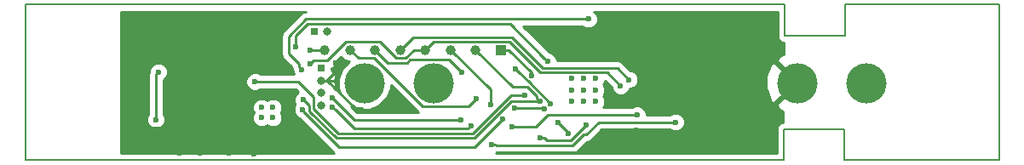
<source format=gbr>
G04 #@! TF.FileFunction,Copper,L2,Bot,Signal*
%FSLAX46Y46*%
G04 Gerber Fmt 4.6, Leading zero omitted, Abs format (unit mm)*
G04 Created by KiCad (PCBNEW 4.0.2+dfsg1-stable) date ven 28 dic 2018 11:34:51 CET*
%MOMM*%
G01*
G04 APERTURE LIST*
%ADD10C,0.100000*%
%ADD11C,0.200000*%
%ADD12R,0.800000X0.800000*%
%ADD13O,0.800000X0.800000*%
%ADD14C,4.000000*%
%ADD15R,1.000000X1.000000*%
%ADD16C,1.000000*%
%ADD17C,0.600000*%
%ADD18C,0.250000*%
%ADD19C,0.500000*%
%ADD20C,0.226060*%
G04 APERTURE END LIST*
D10*
D11*
X173690280Y-115443000D02*
X98295460Y-115443000D01*
X195072000Y-115443000D02*
X179682660Y-115443000D01*
X179682660Y-112410240D02*
X179682660Y-115443000D01*
X173692820Y-112410240D02*
X179682660Y-112410240D01*
X173692820Y-112410240D02*
X173692820Y-115437920D01*
X173776640Y-99949000D02*
X98298000Y-99949000D01*
X195072000Y-99949000D02*
X179778660Y-99949000D01*
X179778660Y-99949000D02*
X179778660Y-103047800D01*
X173776640Y-103047800D02*
X179778660Y-103047800D01*
X173776640Y-99949000D02*
X173776640Y-103047800D01*
X98298000Y-115443000D02*
X98298000Y-99949000D01*
X195072000Y-99949000D02*
X195072000Y-115443000D01*
D12*
X127000000Y-102631240D03*
D13*
X128250000Y-102631240D03*
D14*
X131999000Y-107787000D03*
X138899000Y-107787000D03*
X174999000Y-107771760D03*
X181899000Y-107771760D03*
D15*
X145549000Y-104470200D03*
D16*
X143049000Y-104470200D03*
X140549000Y-104470200D03*
X138049000Y-104470200D03*
X135549000Y-104470200D03*
X133049000Y-104470200D03*
X130549000Y-104470200D03*
X128049000Y-104470200D03*
D12*
X127668020Y-106278360D03*
D13*
X127668020Y-107528360D03*
X127668020Y-108778360D03*
X127668020Y-110028360D03*
D17*
X121788080Y-110213300D03*
X122905680Y-110213300D03*
X121788080Y-111229300D03*
X122905680Y-111229300D03*
X154989200Y-109626200D03*
X153770000Y-109626200D03*
X152550800Y-109626200D03*
X154989200Y-108457800D03*
X153770000Y-108457800D03*
X152550800Y-108457800D03*
X154989200Y-107340200D03*
X153770000Y-107340200D03*
X152550800Y-107340200D03*
X126573280Y-104533620D03*
X129139754Y-105810238D03*
X118511320Y-101518720D03*
X118247160Y-103367840D03*
X118313200Y-102674420D03*
X117586760Y-101122480D03*
X117058440Y-102178700D03*
X115143280Y-103070660D03*
X115638580Y-101056440D03*
X114515900Y-101551740D03*
X113657380Y-102674420D03*
X112336580Y-102806500D03*
X112996980Y-103830120D03*
X110583980Y-104247860D03*
X112369600Y-101122480D03*
X111376460Y-101782880D03*
X110716060Y-102905560D03*
X109395260Y-101155500D03*
X108470700Y-102618540D03*
X109329220Y-103972360D03*
X108404660Y-105128060D03*
X115605560Y-112194340D03*
X117751860Y-112326420D03*
X119766080Y-112557560D03*
X121020840Y-114802920D03*
X118544340Y-114736880D03*
X115704620Y-114736880D03*
X113657380Y-114736880D03*
X111112300Y-114472720D03*
X110352840Y-113482120D03*
X109263180Y-113878360D03*
X108767880Y-112953800D03*
X110220760Y-112392460D03*
X108305600Y-111732060D03*
X109395260Y-110873540D03*
X108305600Y-109882940D03*
X110055660Y-109816900D03*
X109296200Y-109321600D03*
X108371640Y-108430060D03*
X109197140Y-107868720D03*
X154371859Y-113954947D03*
X131975860Y-110604300D03*
X148569680Y-107055920D03*
X154043380Y-111930380D03*
X149463760Y-113253520D03*
X159004000Y-112471200D03*
X152483820Y-103979980D03*
X111498380Y-106677460D03*
X111285020Y-111406940D03*
X152219266Y-112826796D03*
X151250096Y-111714787D03*
X147024095Y-106394245D03*
X150497540Y-109801660D03*
X141655800Y-106687620D03*
X149432223Y-109620255D03*
X125907800Y-109453680D03*
X144518380Y-109964220D03*
X145707100Y-111394060D03*
X125867988Y-110403640D03*
X158282640Y-107431840D03*
X149894701Y-110327592D03*
X146900900Y-110291880D03*
X143057880Y-109369860D03*
X144600837Y-113923900D03*
X141544220Y-111424720D03*
X162900360Y-111663480D03*
X128816100Y-109278420D03*
X128791557Y-110137789D03*
X142580360Y-112019080D03*
X159092297Y-110920169D03*
X146692620Y-112138460D03*
X126621540Y-105895140D03*
X157446980Y-108031980D03*
X154244040Y-101406960D03*
X125775720Y-106428540D03*
X150208734Y-105637989D03*
X125171380Y-104196058D03*
X147914180Y-108968729D03*
X121114820Y-107627420D03*
D18*
X126636700Y-104470200D02*
X126573280Y-104533620D01*
X128049000Y-104470200D02*
X126636700Y-104470200D01*
X128233705Y-107528360D02*
X129139754Y-106622311D01*
X127668020Y-107528360D02*
X128233705Y-107528360D01*
X129139754Y-106234502D02*
X129139754Y-105810238D01*
X129139754Y-106622311D02*
X129139754Y-106234502D01*
X118511320Y-101518720D02*
X119807900Y-101518720D01*
X119807900Y-101518720D02*
X120096280Y-101230340D01*
X118313200Y-102674420D02*
X118313200Y-103301800D01*
X118313200Y-103301800D02*
X118247160Y-103367840D01*
X117058440Y-102178700D02*
X117058440Y-101650800D01*
X117058440Y-101650800D02*
X117586760Y-101122480D01*
X115143280Y-103070660D02*
X116166480Y-103070660D01*
X116166480Y-103070660D02*
X117058440Y-102178700D01*
X114515900Y-101551740D02*
X115143280Y-101551740D01*
X115143280Y-101551740D02*
X115638580Y-101056440D01*
X112336580Y-102806500D02*
X113525300Y-102806500D01*
X113525300Y-102806500D02*
X113657380Y-102674420D01*
X112930940Y-105415080D02*
X112930940Y-103896160D01*
X112930940Y-103896160D02*
X112996980Y-103830120D01*
X112369600Y-101122480D02*
X112369600Y-102462240D01*
X112369600Y-102462240D02*
X110583980Y-104247860D01*
X110716060Y-102905560D02*
X110716060Y-102443280D01*
X110716060Y-102443280D02*
X111376460Y-101782880D01*
X108470700Y-102618540D02*
X108470700Y-102080060D01*
X108470700Y-102080060D02*
X109395260Y-101155500D01*
X108404660Y-105128060D02*
X108404660Y-104896920D01*
X108404660Y-104896920D02*
X109329220Y-103972360D01*
X119766080Y-112557560D02*
X117983000Y-112557560D01*
X117983000Y-112557560D02*
X117751860Y-112326420D01*
X118544340Y-114736880D02*
X120954800Y-114736880D01*
X120954800Y-114736880D02*
X121020840Y-114802920D01*
X113657380Y-114736880D02*
X115704620Y-114736880D01*
X110352840Y-113482120D02*
X110352840Y-113713260D01*
X110352840Y-113713260D02*
X111112300Y-114472720D01*
X108767880Y-112953800D02*
X108767880Y-113383060D01*
X108767880Y-113383060D02*
X109263180Y-113878360D01*
X108305600Y-111732060D02*
X109560360Y-111732060D01*
X109560360Y-111732060D02*
X110220760Y-112392460D01*
X108305600Y-109882940D02*
X108404660Y-109882940D01*
X108404660Y-109882940D02*
X109395260Y-110873540D01*
X109296200Y-109321600D02*
X109560360Y-109321600D01*
X109560360Y-109321600D02*
X110055660Y-109816900D01*
X109197140Y-107868720D02*
X108932980Y-107868720D01*
X108932980Y-107868720D02*
X108371640Y-108430060D01*
X127668020Y-107528360D02*
X128164442Y-107528360D01*
X128164442Y-107528360D02*
X128231900Y-107460902D01*
X154464329Y-114007669D02*
X154371859Y-113954947D01*
X154371859Y-113954947D02*
X154764328Y-113707670D01*
X131975860Y-110604300D02*
X131675861Y-110304301D01*
X131675861Y-110304301D02*
X131075299Y-110304301D01*
X131075299Y-110304301D02*
X128231900Y-107460902D01*
X146299000Y-104470200D02*
X148569680Y-106740880D01*
X145549000Y-104470200D02*
X146299000Y-104470200D01*
X148569680Y-106740880D02*
X148569680Y-107055920D01*
X150142024Y-113507520D02*
X152466240Y-113507520D01*
X152466240Y-113507520D02*
X154043380Y-111930380D01*
X149463760Y-113253520D02*
X149888024Y-113253520D01*
X149888024Y-113253520D02*
X150142024Y-113507520D01*
X159423100Y-106763521D02*
X159423100Y-108460540D01*
X159423100Y-105161080D02*
X159423100Y-106763521D01*
X158242000Y-103979980D02*
X159423100Y-105161080D01*
X152483820Y-103979980D02*
X158242000Y-103979980D01*
X154764328Y-113707670D02*
X159004000Y-113707670D01*
X159004000Y-113707670D02*
X169063090Y-113707670D01*
X159004000Y-112471200D02*
X159004000Y-112895464D01*
X159004000Y-112895464D02*
X159004000Y-113707670D01*
D19*
X169063090Y-113707670D02*
X172999001Y-109771759D01*
X172999001Y-109771759D02*
X174999000Y-107771760D01*
D18*
X152483820Y-103979980D02*
X171207220Y-103979980D01*
D19*
X171207220Y-103979980D02*
X174999000Y-107771760D01*
D18*
X127810260Y-107528360D02*
X127668020Y-107528360D01*
X117983000Y-109684820D02*
X117983000Y-112323880D01*
X117983000Y-112323880D02*
X118000780Y-112341660D01*
X112138460Y-112222280D02*
X110474760Y-112222280D01*
X110474760Y-112222280D02*
X110456980Y-112240060D01*
X111285020Y-111406940D02*
X111285020Y-106890820D01*
X111285020Y-106890820D02*
X111498380Y-106677460D01*
X152219266Y-112683957D02*
X152219266Y-112826796D01*
X151250096Y-111714787D02*
X152219266Y-112683957D01*
X141355801Y-106387621D02*
X141655800Y-106687620D01*
X140430179Y-105461999D02*
X141355801Y-106387621D01*
X134324012Y-105745212D02*
X136241999Y-105745212D01*
X133049000Y-104470200D02*
X134324012Y-105745212D01*
X136525212Y-105461999D02*
X140430179Y-105461999D01*
X136241999Y-105745212D02*
X136525212Y-105461999D01*
X148376802Y-107680922D02*
X148310772Y-107680922D01*
X150497540Y-109801660D02*
X148376802Y-107680922D01*
X148310772Y-107680922D02*
X147324094Y-106694244D01*
X147324094Y-106694244D02*
X147024095Y-106394245D01*
X149132224Y-109320256D02*
X149432223Y-109620255D01*
X149132224Y-109072754D02*
X149132224Y-109320256D01*
X148190403Y-108130933D02*
X149132224Y-109072754D01*
X146709733Y-108130933D02*
X148190403Y-108130933D01*
X143049000Y-104470200D02*
X146709733Y-108130933D01*
X146555903Y-109620255D02*
X149007959Y-109620255D01*
X126493008Y-110562761D02*
X129181658Y-113251411D01*
X142924747Y-113251411D02*
X146555903Y-109620255D01*
X149007959Y-109620255D02*
X149432223Y-109620255D01*
X125907800Y-109453680D02*
X126493008Y-110038888D01*
X129181658Y-113251411D02*
X142924747Y-113251411D01*
X126493008Y-110038888D02*
X126493008Y-110562761D01*
X144518380Y-109539956D02*
X144518380Y-109964220D01*
X144518380Y-108439580D02*
X144518380Y-109539956D01*
X140549000Y-104470200D02*
X144518380Y-108439580D01*
X142915891Y-114185269D02*
X145707100Y-111394060D01*
X129479105Y-114185269D02*
X142915891Y-114185269D01*
X125895100Y-110403640D02*
X125895100Y-110601264D01*
X125867988Y-110403640D02*
X125895100Y-110403640D01*
X125895100Y-110601264D02*
X129479105Y-114185269D01*
X158282640Y-107431840D02*
X157113809Y-106263009D01*
X136048999Y-103970201D02*
X135549000Y-104470200D01*
X146654588Y-103195188D02*
X136824012Y-103195188D01*
X149722408Y-106263009D02*
X146654588Y-103195188D01*
X157113809Y-106263009D02*
X149722408Y-106263009D01*
X136824012Y-103195188D02*
X136048999Y-103970201D01*
X149858989Y-110291880D02*
X149894701Y-110327592D01*
X146900900Y-110291880D02*
X149858989Y-110291880D01*
X130549000Y-104470200D02*
X131374001Y-105295201D01*
X131374001Y-105295201D02*
X132966199Y-105295201D01*
X142315739Y-110112001D02*
X143057880Y-109369860D01*
X132966199Y-105295201D02*
X137782999Y-110112001D01*
X137782999Y-110112001D02*
X142315739Y-110112001D01*
X152705056Y-113957531D02*
X145058732Y-113957531D01*
X153782652Y-112879935D02*
X152705056Y-113957531D01*
X162900360Y-111663480D02*
X155261451Y-111663480D01*
X155261451Y-111663480D02*
X154044996Y-112879935D01*
X145025101Y-113923900D02*
X144600837Y-113923900D01*
X154044996Y-112879935D02*
X153782652Y-112879935D01*
X145058732Y-113957531D02*
X145025101Y-113923900D01*
X130962400Y-111424720D02*
X141119956Y-111424720D01*
X128816100Y-109278420D02*
X130962400Y-111424720D01*
X141119956Y-111424720D02*
X141544220Y-111424720D01*
X142580360Y-112019080D02*
X142280361Y-112319079D01*
X129091556Y-110437788D02*
X128791557Y-110137789D01*
X130972847Y-112319079D02*
X129091556Y-110437788D01*
X142280361Y-112319079D02*
X130972847Y-112319079D01*
X146692620Y-112138460D02*
X149009483Y-112138460D01*
X149009483Y-112138460D02*
X150227774Y-110920169D01*
X150227774Y-110920169D02*
X158668033Y-110920169D01*
X158668033Y-110920169D02*
X159092297Y-110920169D01*
X126621540Y-105895140D02*
X126963321Y-105553359D01*
X126963321Y-105553359D02*
X128244839Y-105553359D01*
X128244839Y-105553359D02*
X130152999Y-103645199D01*
X130152999Y-103645199D02*
X133502899Y-103645199D01*
X133502899Y-103645199D02*
X135152901Y-105295201D01*
X135152901Y-105295201D02*
X136055599Y-105295201D01*
X136055599Y-105295201D02*
X136880600Y-104470200D01*
X136880600Y-104470200D02*
X138049000Y-104470200D01*
X146421339Y-103645199D02*
X149405340Y-106629200D01*
X149489160Y-106713020D02*
X149405340Y-106629200D01*
X157446980Y-108031980D02*
X156128020Y-106713020D01*
X156128020Y-106713020D02*
X149489160Y-106713020D01*
X138049000Y-104470200D02*
X138874001Y-103645199D01*
X138874001Y-103645199D02*
X146421339Y-103645199D01*
X124444760Y-104810560D02*
X124444760Y-103165067D01*
X124444760Y-103165067D02*
X126202867Y-101406960D01*
X126202867Y-101406960D02*
X154244040Y-101406960D01*
X125475721Y-105841521D02*
X124444760Y-104810560D01*
X125775720Y-106428540D02*
X125475721Y-106128541D01*
X125475721Y-106128541D02*
X125475721Y-105841521D01*
X149908735Y-105337990D02*
X150208734Y-105637989D01*
X146476984Y-101906239D02*
X149908735Y-105337990D01*
X126339999Y-101906239D02*
X146476984Y-101906239D01*
X125171380Y-103074858D02*
X126339999Y-101906239D01*
X125171380Y-104196058D02*
X125171380Y-103074858D01*
X146571018Y-108968729D02*
X147489916Y-108968729D01*
X142738347Y-112801400D02*
X146571018Y-108968729D01*
X129368058Y-112801400D02*
X142738347Y-112801400D01*
X126943019Y-110376361D02*
X129368058Y-112801400D01*
X147489916Y-108968729D02*
X147914180Y-108968729D01*
X121114820Y-107627420D02*
X125444078Y-107627420D01*
X125444078Y-107627420D02*
X126943019Y-109126361D01*
X126943019Y-109126361D02*
X126943019Y-110376361D01*
D20*
G36*
X173055610Y-103047800D02*
X173110495Y-103323726D01*
X173266795Y-103557645D01*
X173500714Y-103713945D01*
X173631029Y-103739866D01*
X173624712Y-104943721D01*
X173330974Y-105052220D01*
X173124798Y-105189982D01*
X172943579Y-105714543D01*
X173617132Y-106388096D01*
X173617113Y-106391669D01*
X172941783Y-105716339D01*
X172417222Y-105897558D01*
X171896522Y-107028227D01*
X171848146Y-108272092D01*
X172279460Y-109439786D01*
X172417222Y-109645962D01*
X172941783Y-109827181D01*
X173602552Y-109166412D01*
X173602534Y-109170022D01*
X172943579Y-109828977D01*
X173124798Y-110353538D01*
X173595186Y-110570163D01*
X173589206Y-111709820D01*
X173416894Y-111744095D01*
X173182975Y-111900395D01*
X173026675Y-112134314D01*
X172971790Y-112410240D01*
X172971790Y-114721970D01*
X145081208Y-114721970D01*
X145121877Y-114705166D01*
X145123485Y-114703561D01*
X152705056Y-114703561D01*
X152990550Y-114646773D01*
X153232579Y-114485054D01*
X154103257Y-113614376D01*
X154330490Y-113569177D01*
X154572519Y-113407458D01*
X155570467Y-112409510D01*
X162343691Y-112409510D01*
X162377957Y-112443836D01*
X162716352Y-112584350D01*
X163082760Y-112584669D01*
X163421400Y-112444746D01*
X163680716Y-112185883D01*
X163821230Y-111847488D01*
X163821549Y-111481080D01*
X163681626Y-111142440D01*
X163422763Y-110883124D01*
X163084368Y-110742610D01*
X162717960Y-110742291D01*
X162379320Y-110882214D01*
X162344022Y-110917450D01*
X160013330Y-110917450D01*
X160013486Y-110737769D01*
X159873563Y-110399129D01*
X159614700Y-110139813D01*
X159276305Y-109999299D01*
X158909897Y-109998980D01*
X158571257Y-110138903D01*
X158535959Y-110174139D01*
X155743975Y-110174139D01*
X155769556Y-110148603D01*
X155910070Y-109810208D01*
X155910389Y-109443800D01*
X155770466Y-109105160D01*
X155707533Y-109042117D01*
X155769556Y-108980203D01*
X155910070Y-108641808D01*
X155910389Y-108275400D01*
X155770466Y-107936760D01*
X155732933Y-107899162D01*
X155769556Y-107862603D01*
X155902468Y-107542514D01*
X156525833Y-108165879D01*
X156525791Y-108214380D01*
X156665714Y-108553020D01*
X156924577Y-108812336D01*
X157262972Y-108952850D01*
X157629380Y-108953169D01*
X157968020Y-108813246D01*
X158227336Y-108554383D01*
X158311001Y-108352895D01*
X158465040Y-108353029D01*
X158803680Y-108213106D01*
X159062996Y-107954243D01*
X159203510Y-107615848D01*
X159203829Y-107249440D01*
X159063906Y-106910800D01*
X158805043Y-106651484D01*
X158466648Y-106510970D01*
X158416773Y-106510927D01*
X157641332Y-105735486D01*
X157399303Y-105573767D01*
X157113809Y-105516979D01*
X151129870Y-105516979D01*
X151129923Y-105455589D01*
X150990000Y-105116949D01*
X150731137Y-104857633D01*
X150392742Y-104717119D01*
X150342867Y-104717076D01*
X147778781Y-102152990D01*
X153687371Y-102152990D01*
X153721637Y-102187316D01*
X154060032Y-102327830D01*
X154426440Y-102328149D01*
X154765080Y-102188226D01*
X155024396Y-101929363D01*
X155164910Y-101590968D01*
X155165229Y-101224560D01*
X155025306Y-100885920D01*
X154809793Y-100670030D01*
X173055610Y-100670030D01*
X173055610Y-103047800D01*
X173055610Y-103047800D01*
G37*
X173055610Y-103047800D02*
X173110495Y-103323726D01*
X173266795Y-103557645D01*
X173500714Y-103713945D01*
X173631029Y-103739866D01*
X173624712Y-104943721D01*
X173330974Y-105052220D01*
X173124798Y-105189982D01*
X172943579Y-105714543D01*
X173617132Y-106388096D01*
X173617113Y-106391669D01*
X172941783Y-105716339D01*
X172417222Y-105897558D01*
X171896522Y-107028227D01*
X171848146Y-108272092D01*
X172279460Y-109439786D01*
X172417222Y-109645962D01*
X172941783Y-109827181D01*
X173602552Y-109166412D01*
X173602534Y-109170022D01*
X172943579Y-109828977D01*
X173124798Y-110353538D01*
X173595186Y-110570163D01*
X173589206Y-111709820D01*
X173416894Y-111744095D01*
X173182975Y-111900395D01*
X173026675Y-112134314D01*
X172971790Y-112410240D01*
X172971790Y-114721970D01*
X145081208Y-114721970D01*
X145121877Y-114705166D01*
X145123485Y-114703561D01*
X152705056Y-114703561D01*
X152990550Y-114646773D01*
X153232579Y-114485054D01*
X154103257Y-113614376D01*
X154330490Y-113569177D01*
X154572519Y-113407458D01*
X155570467Y-112409510D01*
X162343691Y-112409510D01*
X162377957Y-112443836D01*
X162716352Y-112584350D01*
X163082760Y-112584669D01*
X163421400Y-112444746D01*
X163680716Y-112185883D01*
X163821230Y-111847488D01*
X163821549Y-111481080D01*
X163681626Y-111142440D01*
X163422763Y-110883124D01*
X163084368Y-110742610D01*
X162717960Y-110742291D01*
X162379320Y-110882214D01*
X162344022Y-110917450D01*
X160013330Y-110917450D01*
X160013486Y-110737769D01*
X159873563Y-110399129D01*
X159614700Y-110139813D01*
X159276305Y-109999299D01*
X158909897Y-109998980D01*
X158571257Y-110138903D01*
X158535959Y-110174139D01*
X155743975Y-110174139D01*
X155769556Y-110148603D01*
X155910070Y-109810208D01*
X155910389Y-109443800D01*
X155770466Y-109105160D01*
X155707533Y-109042117D01*
X155769556Y-108980203D01*
X155910070Y-108641808D01*
X155910389Y-108275400D01*
X155770466Y-107936760D01*
X155732933Y-107899162D01*
X155769556Y-107862603D01*
X155902468Y-107542514D01*
X156525833Y-108165879D01*
X156525791Y-108214380D01*
X156665714Y-108553020D01*
X156924577Y-108812336D01*
X157262972Y-108952850D01*
X157629380Y-108953169D01*
X157968020Y-108813246D01*
X158227336Y-108554383D01*
X158311001Y-108352895D01*
X158465040Y-108353029D01*
X158803680Y-108213106D01*
X159062996Y-107954243D01*
X159203510Y-107615848D01*
X159203829Y-107249440D01*
X159063906Y-106910800D01*
X158805043Y-106651484D01*
X158466648Y-106510970D01*
X158416773Y-106510927D01*
X157641332Y-105735486D01*
X157399303Y-105573767D01*
X157113809Y-105516979D01*
X151129870Y-105516979D01*
X151129923Y-105455589D01*
X150990000Y-105116949D01*
X150731137Y-104857633D01*
X150392742Y-104717119D01*
X150342867Y-104717076D01*
X147778781Y-102152990D01*
X153687371Y-102152990D01*
X153721637Y-102187316D01*
X154060032Y-102327830D01*
X154426440Y-102328149D01*
X154765080Y-102188226D01*
X155024396Y-101929363D01*
X155164910Y-101590968D01*
X155165229Y-101224560D01*
X155025306Y-100885920D01*
X154809793Y-100670030D01*
X173055610Y-100670030D01*
X173055610Y-103047800D01*
G36*
X125917374Y-100717718D02*
X125675344Y-100879437D01*
X123917237Y-102637544D01*
X123755518Y-102879573D01*
X123722056Y-103047800D01*
X123698730Y-103165067D01*
X123698730Y-104810560D01*
X123755518Y-105096054D01*
X123917237Y-105338083D01*
X124735153Y-106155999D01*
X124786479Y-106414035D01*
X124854614Y-106516005D01*
X124854531Y-106610940D01*
X124966279Y-106881390D01*
X121671489Y-106881390D01*
X121637223Y-106847064D01*
X121298828Y-106706550D01*
X120932420Y-106706231D01*
X120593780Y-106846154D01*
X120334464Y-107105017D01*
X120193950Y-107443412D01*
X120193631Y-107809820D01*
X120333554Y-108148460D01*
X120592417Y-108407776D01*
X120930812Y-108548290D01*
X121297220Y-108548609D01*
X121635860Y-108408686D01*
X121671158Y-108373450D01*
X125135062Y-108373450D01*
X125420206Y-108658594D01*
X125386760Y-108672414D01*
X125127444Y-108931277D01*
X124986930Y-109269672D01*
X124986611Y-109636080D01*
X125087827Y-109881042D01*
X125087632Y-109881237D01*
X124947118Y-110219632D01*
X124946799Y-110586040D01*
X125086722Y-110924680D01*
X125345585Y-111183996D01*
X125477606Y-111238816D01*
X128951582Y-114712792D01*
X128965318Y-114721970D01*
X107827273Y-114721970D01*
X107819057Y-111589340D01*
X110363831Y-111589340D01*
X110503754Y-111927980D01*
X110762617Y-112187296D01*
X111101012Y-112327810D01*
X111467420Y-112328129D01*
X111806060Y-112188206D01*
X112065376Y-111929343D01*
X112205890Y-111590948D01*
X112206209Y-111224540D01*
X112066286Y-110885900D01*
X112031050Y-110850602D01*
X112031050Y-110395700D01*
X120866891Y-110395700D01*
X121001584Y-110721683D01*
X120867210Y-111045292D01*
X120866891Y-111411700D01*
X121006814Y-111750340D01*
X121265677Y-112009656D01*
X121604072Y-112150170D01*
X121970480Y-112150489D01*
X122309120Y-112010566D01*
X122346718Y-111973033D01*
X122383277Y-112009656D01*
X122721672Y-112150170D01*
X123088080Y-112150489D01*
X123426720Y-112010566D01*
X123686036Y-111751703D01*
X123826550Y-111413308D01*
X123826869Y-111046900D01*
X123692176Y-110720917D01*
X123826550Y-110397308D01*
X123826869Y-110030900D01*
X123686946Y-109692260D01*
X123428083Y-109432944D01*
X123089688Y-109292430D01*
X122723280Y-109292111D01*
X122384640Y-109432034D01*
X122347042Y-109469567D01*
X122310483Y-109432944D01*
X121972088Y-109292430D01*
X121605680Y-109292111D01*
X121267040Y-109432034D01*
X121007724Y-109690897D01*
X120867210Y-110029292D01*
X120866891Y-110395700D01*
X112031050Y-110395700D01*
X112031050Y-107447116D01*
X112278736Y-107199863D01*
X112419250Y-106861468D01*
X112419569Y-106495060D01*
X112279646Y-106156420D01*
X112020783Y-105897104D01*
X111682388Y-105756590D01*
X111315980Y-105756271D01*
X110977340Y-105896194D01*
X110718024Y-106155057D01*
X110577510Y-106493452D01*
X110577332Y-106698061D01*
X110574155Y-106714034D01*
X110538990Y-106890820D01*
X110538990Y-110850271D01*
X110504664Y-110884537D01*
X110364150Y-111222932D01*
X110363831Y-111589340D01*
X107819057Y-111589340D01*
X107790416Y-100670030D01*
X126157118Y-100670030D01*
X125917374Y-100717718D01*
X125917374Y-100717718D01*
G37*
X125917374Y-100717718D02*
X125675344Y-100879437D01*
X123917237Y-102637544D01*
X123755518Y-102879573D01*
X123722056Y-103047800D01*
X123698730Y-103165067D01*
X123698730Y-104810560D01*
X123755518Y-105096054D01*
X123917237Y-105338083D01*
X124735153Y-106155999D01*
X124786479Y-106414035D01*
X124854614Y-106516005D01*
X124854531Y-106610940D01*
X124966279Y-106881390D01*
X121671489Y-106881390D01*
X121637223Y-106847064D01*
X121298828Y-106706550D01*
X120932420Y-106706231D01*
X120593780Y-106846154D01*
X120334464Y-107105017D01*
X120193950Y-107443412D01*
X120193631Y-107809820D01*
X120333554Y-108148460D01*
X120592417Y-108407776D01*
X120930812Y-108548290D01*
X121297220Y-108548609D01*
X121635860Y-108408686D01*
X121671158Y-108373450D01*
X125135062Y-108373450D01*
X125420206Y-108658594D01*
X125386760Y-108672414D01*
X125127444Y-108931277D01*
X124986930Y-109269672D01*
X124986611Y-109636080D01*
X125087827Y-109881042D01*
X125087632Y-109881237D01*
X124947118Y-110219632D01*
X124946799Y-110586040D01*
X125086722Y-110924680D01*
X125345585Y-111183996D01*
X125477606Y-111238816D01*
X128951582Y-114712792D01*
X128965318Y-114721970D01*
X107827273Y-114721970D01*
X107819057Y-111589340D01*
X110363831Y-111589340D01*
X110503754Y-111927980D01*
X110762617Y-112187296D01*
X111101012Y-112327810D01*
X111467420Y-112328129D01*
X111806060Y-112188206D01*
X112065376Y-111929343D01*
X112205890Y-111590948D01*
X112206209Y-111224540D01*
X112066286Y-110885900D01*
X112031050Y-110850602D01*
X112031050Y-110395700D01*
X120866891Y-110395700D01*
X121001584Y-110721683D01*
X120867210Y-111045292D01*
X120866891Y-111411700D01*
X121006814Y-111750340D01*
X121265677Y-112009656D01*
X121604072Y-112150170D01*
X121970480Y-112150489D01*
X122309120Y-112010566D01*
X122346718Y-111973033D01*
X122383277Y-112009656D01*
X122721672Y-112150170D01*
X123088080Y-112150489D01*
X123426720Y-112010566D01*
X123686036Y-111751703D01*
X123826550Y-111413308D01*
X123826869Y-111046900D01*
X123692176Y-110720917D01*
X123826550Y-110397308D01*
X123826869Y-110030900D01*
X123686946Y-109692260D01*
X123428083Y-109432944D01*
X123089688Y-109292430D01*
X122723280Y-109292111D01*
X122384640Y-109432034D01*
X122347042Y-109469567D01*
X122310483Y-109432944D01*
X121972088Y-109292430D01*
X121605680Y-109292111D01*
X121267040Y-109432034D01*
X121007724Y-109690897D01*
X120867210Y-110029292D01*
X120866891Y-110395700D01*
X112031050Y-110395700D01*
X112031050Y-107447116D01*
X112278736Y-107199863D01*
X112419250Y-106861468D01*
X112419569Y-106495060D01*
X112279646Y-106156420D01*
X112020783Y-105897104D01*
X111682388Y-105756590D01*
X111315980Y-105756271D01*
X110977340Y-105896194D01*
X110718024Y-106155057D01*
X110577510Y-106493452D01*
X110577332Y-106698061D01*
X110574155Y-106714034D01*
X110538990Y-106890820D01*
X110538990Y-110850271D01*
X110504664Y-110884537D01*
X110364150Y-111222932D01*
X110363831Y-111589340D01*
X107819057Y-111589340D01*
X107790416Y-100670030D01*
X126157118Y-100670030D01*
X125917374Y-100717718D01*
G36*
X137255476Y-110639524D02*
X137314092Y-110678690D01*
X131271416Y-110678690D01*
X130662965Y-110070239D01*
X131475358Y-110407574D01*
X132518068Y-110408484D01*
X133481755Y-110010297D01*
X134219705Y-109273633D01*
X134619574Y-108310642D01*
X134619842Y-108003890D01*
X137255476Y-110639524D01*
X137255476Y-110639524D01*
G37*
X137255476Y-110639524D02*
X137314092Y-110678690D01*
X131271416Y-110678690D01*
X130662965Y-110070239D01*
X131475358Y-110407574D01*
X132518068Y-110408484D01*
X133481755Y-110010297D01*
X134219705Y-109273633D01*
X134619574Y-108310642D01*
X134619842Y-108003890D01*
X137255476Y-110639524D01*
G36*
X129913159Y-105420009D02*
X130325035Y-105591035D01*
X130488722Y-105591178D01*
X129778295Y-106300367D01*
X129378426Y-107263358D01*
X129377516Y-108306068D01*
X129540426Y-108700340D01*
X129338503Y-108498064D01*
X129000108Y-108357550D01*
X128944084Y-108357501D01*
X128971069Y-108328358D01*
X129178026Y-107768807D01*
X128914793Y-107529630D01*
X127669290Y-107529630D01*
X127669290Y-107549630D01*
X127666750Y-107549630D01*
X127666750Y-107529630D01*
X127646750Y-107529630D01*
X127646750Y-107527090D01*
X127666750Y-107527090D01*
X127666750Y-107507090D01*
X127669290Y-107507090D01*
X127669290Y-107527090D01*
X128914793Y-107527090D01*
X129178026Y-107287913D01*
X128971069Y-106728362D01*
X128701216Y-106436923D01*
X128701216Y-106261895D01*
X128798214Y-106242601D01*
X129040244Y-106080882D01*
X129201963Y-105838852D01*
X129248537Y-105604707D01*
X129673406Y-105179838D01*
X129913159Y-105420009D01*
X129913159Y-105420009D01*
G37*
X129913159Y-105420009D02*
X130325035Y-105591035D01*
X130488722Y-105591178D01*
X129778295Y-106300367D01*
X129378426Y-107263358D01*
X129377516Y-108306068D01*
X129540426Y-108700340D01*
X129338503Y-108498064D01*
X129000108Y-108357550D01*
X128944084Y-108357501D01*
X128971069Y-108328358D01*
X129178026Y-107768807D01*
X128914793Y-107529630D01*
X127669290Y-107529630D01*
X127669290Y-107549630D01*
X127666750Y-107549630D01*
X127666750Y-107529630D01*
X127646750Y-107529630D01*
X127646750Y-107527090D01*
X127666750Y-107527090D01*
X127666750Y-107507090D01*
X127669290Y-107507090D01*
X127669290Y-107527090D01*
X128914793Y-107527090D01*
X129178026Y-107287913D01*
X128971069Y-106728362D01*
X128701216Y-106436923D01*
X128701216Y-106261895D01*
X128798214Y-106242601D01*
X129040244Y-106080882D01*
X129201963Y-105838852D01*
X129248537Y-105604707D01*
X129673406Y-105179838D01*
X129913159Y-105420009D01*
G36*
X145550270Y-104468930D02*
X145570270Y-104468930D01*
X145570270Y-104471470D01*
X145550270Y-104471470D01*
X145550270Y-104491470D01*
X145547730Y-104491470D01*
X145547730Y-104471470D01*
X145527730Y-104471470D01*
X145527730Y-104468930D01*
X145547730Y-104468930D01*
X145547730Y-104448930D01*
X145550270Y-104448930D01*
X145550270Y-104468930D01*
X145550270Y-104468930D01*
G37*
X145550270Y-104468930D02*
X145570270Y-104468930D01*
X145570270Y-104471470D01*
X145550270Y-104471470D01*
X145550270Y-104491470D01*
X145547730Y-104491470D01*
X145547730Y-104471470D01*
X145527730Y-104471470D01*
X145527730Y-104468930D01*
X145547730Y-104468930D01*
X145547730Y-104448930D01*
X145550270Y-104448930D01*
X145550270Y-104468930D01*
M02*

</source>
